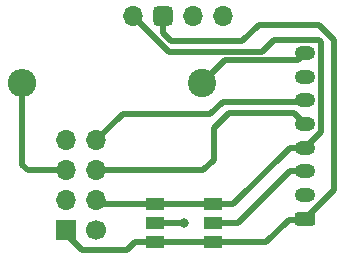
<source format=gbr>
%TF.GenerationSoftware,KiCad,Pcbnew,(6.0.7)*%
%TF.CreationDate,2022-11-17T23:55:45-05:00*%
%TF.ProjectId,SB Quick connect,53422051-7569-4636-9b20-636f6e6e6563,2.0*%
%TF.SameCoordinates,Original*%
%TF.FileFunction,Copper,L1,Top*%
%TF.FilePolarity,Positive*%
%FSLAX46Y46*%
G04 Gerber Fmt 4.6, Leading zero omitted, Abs format (unit mm)*
G04 Created by KiCad (PCBNEW (6.0.7)) date 2022-11-17 23:55:45*
%MOMM*%
%LPD*%
G01*
G04 APERTURE LIST*
G04 Aperture macros list*
%AMRoundRect*
0 Rectangle with rounded corners*
0 $1 Rounding radius*
0 $2 $3 $4 $5 $6 $7 $8 $9 X,Y pos of 4 corners*
0 Add a 4 corners polygon primitive as box body*
4,1,4,$2,$3,$4,$5,$6,$7,$8,$9,$2,$3,0*
0 Add four circle primitives for the rounded corners*
1,1,$1+$1,$2,$3*
1,1,$1+$1,$4,$5*
1,1,$1+$1,$6,$7*
1,1,$1+$1,$8,$9*
0 Add four rect primitives between the rounded corners*
20,1,$1+$1,$2,$3,$4,$5,0*
20,1,$1+$1,$4,$5,$6,$7,0*
20,1,$1+$1,$6,$7,$8,$9,0*
20,1,$1+$1,$8,$9,$2,$3,0*%
G04 Aperture macros list end*
%TA.AperFunction,ComponentPad*%
%ADD10O,1.700000X1.700000*%
%TD*%
%TA.AperFunction,ComponentPad*%
%ADD11RoundRect,0.425000X-0.425000X0.425000X-0.425000X-0.425000X0.425000X-0.425000X0.425000X0.425000X0*%
%TD*%
%TA.AperFunction,SMDPad,CuDef*%
%ADD12R,1.500000X1.000000*%
%TD*%
%TA.AperFunction,ComponentPad*%
%ADD13O,1.750000X1.200000*%
%TD*%
%TA.AperFunction,ComponentPad*%
%ADD14RoundRect,0.300000X0.575000X-0.300000X0.575000X0.300000X-0.575000X0.300000X-0.575000X-0.300000X0*%
%TD*%
%TA.AperFunction,ComponentPad*%
%ADD15O,2.400000X2.400000*%
%TD*%
%TA.AperFunction,ComponentPad*%
%ADD16C,2.400000*%
%TD*%
%TA.AperFunction,ComponentPad*%
%ADD17C,1.700000*%
%TD*%
%TA.AperFunction,ComponentPad*%
%ADD18R,1.700000X1.700000*%
%TD*%
%TA.AperFunction,ViaPad*%
%ADD19C,0.800000*%
%TD*%
%TA.AperFunction,Conductor*%
%ADD20C,0.500000*%
%TD*%
G04 APERTURE END LIST*
D10*
%TO.P,I\u00B2C,1*%
%TO.N,/A1*%
X84619469Y-22330407D03*
%TO.P,I\u00B2C,2*%
%TO.N,/A2*%
X82079469Y-22330407D03*
D11*
%TO.P,I\u00B2C,3*%
%TO.N,/GND*%
X79539469Y-22330407D03*
D10*
%TO.P,I\u00B2C,4*%
%TO.N,/5V*%
X76999469Y-22330407D03*
%TD*%
D12*
%TO.P,Status,6*%
%TO.N,/5V*%
X78830000Y-38256814D03*
%TO.P,Status,5*%
%TO.N,/Sig*%
X78830000Y-39856814D03*
%TO.P,Status,4*%
%TO.N,/GND*%
X78830000Y-41456814D03*
%TO.P,Status,3*%
X83730000Y-41456814D03*
%TO.P,Status,2*%
%TO.N,/Sig*%
X83730000Y-39856814D03*
%TO.P,Status,1*%
%TO.N,/5V*%
X83730000Y-38256814D03*
%TD*%
D13*
%TO.P,Toolboard,8*%
%TO.N,/HEF*%
X91540000Y-25445000D03*
%TO.P,Toolboard,7*%
%TO.N,/A1*%
X91540000Y-27445000D03*
%TO.P,Toolboard,6*%
%TO.N,/A2*%
X91540000Y-29445000D03*
%TO.P,Toolboard,5*%
%TO.N,/PCF*%
X91540000Y-31445000D03*
%TO.P,Toolboard,4*%
%TO.N,/5V*%
X91540000Y-33445000D03*
%TO.P,Toolboard,3*%
%TO.N,/Sig*%
X91540000Y-35445000D03*
%TO.P,Toolboard,2*%
%TO.N,/24V*%
X91540000Y-37445000D03*
D14*
%TO.P,Toolboard,1*%
%TO.N,/GND*%
X91540000Y-39445000D03*
%TD*%
D15*
%TO.P,R1,2*%
%TO.N,/HEF*%
X67610000Y-27975000D03*
D16*
%TO.P,R1,1*%
X82850000Y-27975000D03*
%TD*%
D17*
%TO.P,J1,8,Pin_8*%
%TO.N,/24V*%
X73881315Y-40445026D03*
D18*
%TO.P,J1,7,Pin_7*%
%TO.N,/GND*%
X71341315Y-40445026D03*
D10*
%TO.P,J1,6,Pin_6*%
%TO.N,/5V*%
X73881315Y-37905026D03*
%TO.P,J1,5,Pin_5*%
%TO.N,/Sig*%
X71341315Y-37905026D03*
%TO.P,J1,4,Pin_4*%
%TO.N,/PCF*%
X73881315Y-35365026D03*
%TO.P,J1,3,Pin_3*%
%TO.N,/HEF*%
X71341315Y-35365026D03*
%TO.P,J1,2,Pin_2*%
%TO.N,/A2*%
X73881315Y-32825026D03*
%TO.P,J1,1,Pin_1*%
%TO.N,/A1*%
X71341315Y-32825026D03*
%TD*%
D19*
%TO.N,/Sig*%
X81280000Y-39856814D03*
%TD*%
D20*
%TO.N,/HEF*%
X90960000Y-26025000D02*
X84800000Y-26025000D01*
X84800000Y-26025000D02*
X82850000Y-27975000D01*
X91540000Y-25445000D02*
X90960000Y-26025000D01*
%TO.N,/A2*%
X84568453Y-29560000D02*
X83528453Y-30600000D01*
X76106341Y-30600000D02*
X73881315Y-32825026D01*
X83528453Y-30600000D02*
X76106341Y-30600000D01*
X91425000Y-29560000D02*
X84568453Y-29560000D01*
X91540000Y-29445000D02*
X91425000Y-29560000D01*
%TO.N,/PCF*%
X82934974Y-35365026D02*
X73881315Y-35365026D01*
X90575000Y-30480000D02*
X85090000Y-30480000D01*
X85090000Y-30480000D02*
X83820000Y-31750000D01*
X83820000Y-31750000D02*
X83820000Y-34480000D01*
X91540000Y-31445000D02*
X90575000Y-30480000D01*
X83820000Y-34480000D02*
X82934974Y-35365026D01*
%TO.N,/Sig*%
X90285000Y-35445000D02*
X85873186Y-39856814D01*
X91540000Y-35445000D02*
X90285000Y-35445000D01*
X78830000Y-39856814D02*
X81280000Y-39856814D01*
X85873186Y-39856814D02*
X83730000Y-39856814D01*
%TO.N,/5V*%
X74233103Y-38256814D02*
X73881315Y-37905026D01*
X90285000Y-33445000D02*
X91540000Y-33445000D01*
X88900000Y-24320000D02*
X87895000Y-25325000D01*
X83730000Y-38256814D02*
X78830000Y-38256814D01*
X83730000Y-38256814D02*
X85473186Y-38256814D01*
X85473186Y-38256814D02*
X90285000Y-33445000D01*
X91540000Y-33445000D02*
X92865000Y-32120000D01*
X87895000Y-25325000D02*
X79994062Y-25325000D01*
X79994062Y-25325000D02*
X76999469Y-22330407D01*
X92865000Y-24475000D02*
X92710000Y-24320000D01*
X92710000Y-24320000D02*
X88900000Y-24320000D01*
X92865000Y-32120000D02*
X92865000Y-24475000D01*
X78830000Y-38256814D02*
X74233103Y-38256814D01*
%TO.N,/GND*%
X92710000Y-23050000D02*
X87630000Y-23050000D01*
X77146331Y-41456814D02*
X76503145Y-42100000D01*
X91425000Y-39560000D02*
X93980000Y-37005000D01*
X93980000Y-24320000D02*
X92710000Y-23050000D01*
X71341315Y-40748170D02*
X71341315Y-40445026D01*
X79475000Y-23725000D02*
X79539469Y-23660531D01*
X83730000Y-41456814D02*
X88273186Y-41456814D01*
X88273186Y-41456814D02*
X90170000Y-39560000D01*
X87630000Y-23050000D02*
X86230000Y-24450000D01*
X78830000Y-41456814D02*
X77146331Y-41456814D01*
X76503145Y-42100000D02*
X72693145Y-42100000D01*
X79539469Y-23660531D02*
X79539469Y-22330407D01*
X93980000Y-37005000D02*
X93980000Y-24320000D01*
X83730000Y-41456814D02*
X78830000Y-41456814D01*
X86230000Y-24450000D02*
X80200000Y-24450000D01*
X80200000Y-24450000D02*
X79475000Y-23725000D01*
X90170000Y-39560000D02*
X91425000Y-39560000D01*
X72693145Y-42100000D02*
X71341315Y-40748170D01*
%TO.N,/HEF*%
X67610000Y-34885000D02*
X67610000Y-27975000D01*
X71341315Y-35365026D02*
X68090026Y-35365026D01*
X68090026Y-35365026D02*
X67610000Y-34885000D01*
%TD*%
M02*

</source>
